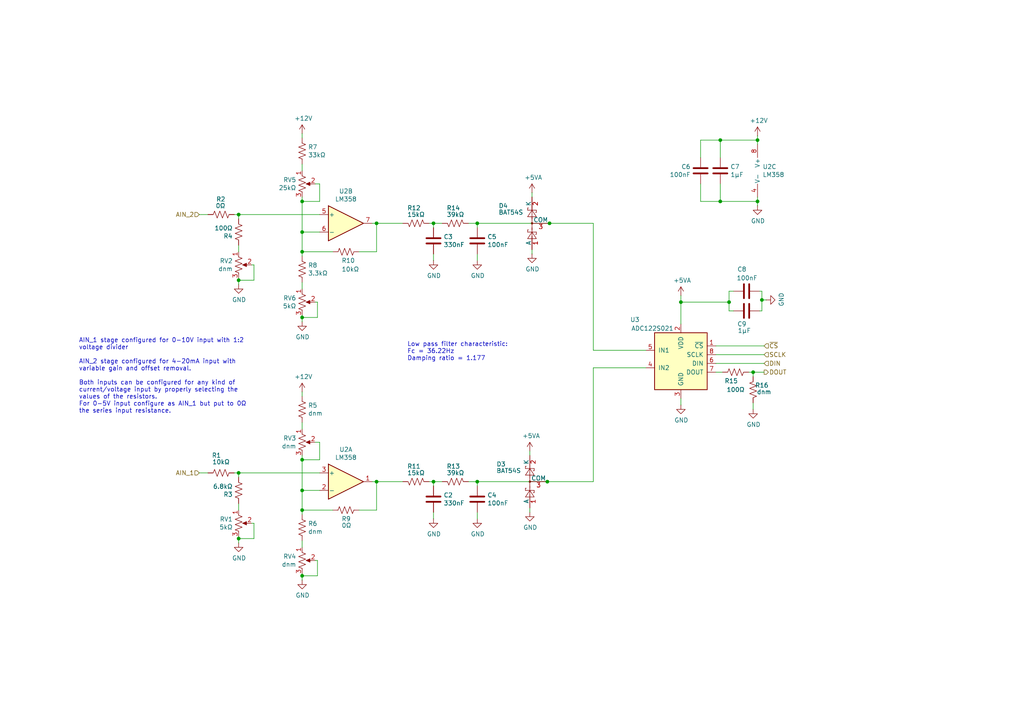
<source format=kicad_sch>
(kicad_sch (version 20231120) (generator "eeschema") (generator_version "8.0")
  (paper "A4")
  (title_block (title "Analog Inputs") (date "2021-05-25") (rev "1.0") (comment 2 "Released under CC BY-NC-SA license"))
  (lib_symbols
    (symbol "Amplifier_Operational:LM358" (pin_names (offset 0.127))
      (property "Reference" "U" (at 0 5.08 0))
      (property "Value" "LM358" (at 0 -5.08 0))
      (symbol "LM358_1_1"
        (polyline (pts (xy -5.08 5.08) (xy 5.08 0) (xy -5.08 -5.08) (xy -5.08 5.08)) (stroke (width 0.254)) (fill (type background)))
        (pin output line (at 7.62 0 180) (length 2.54) (name "~") (number "1"))
        (pin input line (at -7.62 -2.54 0) (length 2.54) (name "-") (number "2"))
        (pin input line (at -7.62 2.54 0) (length 2.54) (name "+") (number "3"))
      )
      (symbol "LM358_2_1"
        (polyline (pts (xy -5.08 5.08) (xy 5.08 0) (xy -5.08 -5.08) (xy -5.08 5.08)) (stroke (width 0.254)) (fill (type background)))
        (pin input line (at -7.62 2.54 0) (length 2.54) (name "+") (number "5"))
        (pin input line (at -7.62 -2.54 0) (length 2.54) (name "-") (number "6"))
        (pin output line (at 7.62 0 180) (length 2.54) (name "~") (number "7"))
      )
      (symbol "LM358_3_1"
        (pin power_in line (at -2.54 -7.62 90) (length 3.81) (name "V-") (number "4"))
        (pin power_in line (at -2.54 7.62 270) (length 3.81) (name "V+") (number "8"))
      )
    )
    (symbol "Device:C" (pin_numbers hide) (pin_names (offset 0.254))
      (property "Reference" "C" (at 0.635 2.54 0))
      (property "Value" "C" (at 0.635 -2.54 0))
      (symbol "C_0_1"
        (polyline (pts (xy -2.032 -0.762) (xy 2.032 -0.762)) (stroke (width 0.508)))
        (polyline (pts (xy -2.032 0.762) (xy 2.032 0.762)) (stroke (width 0.508)))
      )
      (symbol "C_1_1"
        (pin passive line (at 0 3.81 270) (length 2.794) (name "~") (number "1"))
        (pin passive line (at 0 -3.81 90) (length 2.794) (name "~") (number "2"))
      )
    )
    (symbol "Device:R_Potentiometer_US" (pin_names (offset 1.016) hide)
      (property "Reference" "RV" (at -4.445 0 90))
      (property "Value" "R_Potentiometer_US" (at -2.54 0 90))
      (symbol "R_Potentiometer_US_0_1"
        (polyline (pts (xy 0 -2.286) (xy 0 -2.54)))
        (polyline (pts (xy 0 2.54) (xy 0 2.286)))
        (polyline (pts (xy 2.54 0) (xy 1.524 0)))
        (polyline (pts (xy 1.143 0) (xy 2.286 0.508) (xy 2.286 -0.508) (xy 1.143 0)) (fill (type outline)))
        (polyline (pts (xy 0 -0.762) (xy 1.016 -1.143) (xy 0 -1.524) (xy -1.016 -1.905) (xy 0 -2.286)))
        (polyline (pts (xy 0 0.762) (xy 1.016 0.381) (xy 0 0) (xy -1.016 -0.381) (xy 0 -0.762)))
        (polyline (pts (xy 0 2.286) (xy 1.016 1.905) (xy 0 1.524) (xy -1.016 1.143) (xy 0 0.762)))
      )
      (symbol "R_Potentiometer_US_1_1"
        (pin passive line (at 0 3.81 270) (length 1.27) (name "1") (number "1"))
        (pin passive line (at 3.81 0 180) (length 1.27) (name "2") (number "2"))
        (pin passive line (at 0 -3.81 90) (length 1.27) (name "3") (number "3"))
      )
    )
    (symbol "Device:R_US" (pin_numbers hide) (pin_names (offset 0))
      (property "Reference" "R" (at 2.54 0 90))
      (property "Value" "R_US" (at -2.54 0 90))
      (symbol "R_US_0_1"
        (polyline (pts (xy 0 -2.286) (xy 0 -2.54)))
        (polyline (pts (xy 0 2.286) (xy 0 2.54)))
        (polyline (pts (xy 0 -0.762) (xy 1.016 -1.143) (xy 0 -1.524) (xy -1.016 -1.905) (xy 0 -2.286)))
        (polyline (pts (xy 0 0.762) (xy 1.016 0.381) (xy 0 0) (xy -1.016 -0.381) (xy 0 -0.762)))
        (polyline (pts (xy 0 2.286) (xy 1.016 1.905) (xy 0 1.524) (xy -1.016 1.143) (xy 0 0.762)))
      )
      (symbol "R_US_1_1"
        (pin passive line (at 0 3.81 270) (length 1.27) (name "~") (number "1"))
        (pin passive line (at 0 -3.81 90) (length 1.27) (name "~") (number "2"))
      )
    )
    (symbol "Diode:BAT54S" (pin_names (offset 0))
      (property "Reference" "D" (at 2.54 -5.08 0))
      (property "Value" "BAT54S" (at -6.35 3.175 0))
      (symbol "BAT54S_0_1"
        (polyline (pts (xy -3.81 0) (xy -1.27 0)))
        (polyline (pts (xy -3.175 -1.27) (xy -3.175 -1.016)))
        (polyline (pts (xy -2.54 -1.27) (xy -3.175 -1.27)))
        (polyline (pts (xy -2.54 -1.27) (xy -2.54 1.27)))
        (polyline (pts (xy -2.54 1.27) (xy -1.905 1.27)))
        (polyline (pts (xy -1.905 0) (xy 1.905 0)))
        (polyline (pts (xy -1.905 1.27) (xy -1.905 1.016)))
        (polyline (pts (xy 1.27 0) (xy 3.81 0)))
        (polyline (pts (xy 3.175 -1.27) (xy 3.175 -1.016)))
        (polyline (pts (xy 3.81 -1.27) (xy 3.175 -1.27)))
        (polyline (pts (xy 3.81 -1.27) (xy 3.81 1.27)))
        (polyline (pts (xy 3.81 1.27) (xy 4.445 1.27)))
        (polyline (pts (xy 4.445 1.27) (xy 4.445 1.016)))
        (polyline (pts (xy -4.445 1.27) (xy -4.445 -1.27) (xy -2.54 0) (xy -4.445 1.27)))
        (polyline (pts (xy 1.905 1.27) (xy 1.905 -1.27) (xy 3.81 0) (xy 1.905 1.27)))
        (circle (center 0 0) (radius 0.254) (fill (type outline)))
      )
      (symbol "BAT54S_1_1"
        (pin passive line (at -7.62 0 0) (length 3.81) (name "A") (number "1"))
        (pin passive line (at 7.62 0 180) (length 3.81) (name "K") (number "2"))
        (pin passive line (at 0 -5.08 90) (length 5.08) (name "COM") (number "3"))
      )
    )
    (symbol "Nuovi_componenti:ADC122S021" (pin_names (offset 1.016))
      (property "Reference" "U" (at -6.35 8.89 0))
      (property "Value" "ADC122S021" (at 8.89 8.89 0))
      (symbol "ADC122S021_1_1"
        (rectangle (start 7.62 7.62) (end -7.62 -8.89) (stroke (width 0.254)) (fill (type background)))
        (pin input line (at 10.16 3.81 180) (length 2.54) (name "~{CS}") (number "1"))
        (pin power_in line (at 0 10.16 270) (length 2.54) (name "VDD") (number "2"))
        (pin power_in line (at 0 -11.43 90) (length 2.54) (name "GND") (number "3"))
        (pin input line (at -10.16 -2.54 0) (length 2.54) (name "IN2") (number "4"))
        (pin input line (at -10.16 2.54 0) (length 2.54) (name "IN1") (number "5"))
        (pin input line (at 10.16 -1.27 180) (length 2.54) (name "DIN") (number "6"))
        (pin output line (at 10.16 -3.81 180) (length 2.54) (name "DOUT") (number "7"))
        (pin input line (at 10.16 1.27 180) (length 2.54) (name "SCLK") (number "8"))
      )
    )
    (symbol "power:+12V" (power) (pin_numbers hide) (pin_names (offset 0) hide)
      (property "Value" "+12V" (at 0 3.556 0))
      (symbol "+12V_0_1"
        (polyline (pts (xy -0.762 1.27) (xy 0 2.54)))
        (polyline (pts (xy 0 0) (xy 0 2.54)))
        (polyline (pts (xy 0 2.54) (xy 0.762 1.27)))
      )
      (symbol "+12V_1_1"
        (pin power_in line (at 0 0 90) (length 0) (name "~") (number "1"))
      )
    )
    (symbol "power:+5VA" (power) (pin_numbers hide) (pin_names (offset 0) hide)
      (property "Value" "+5VA" (at 0 3.556 0))
      (symbol "+5VA_0_1"
        (polyline (pts (xy -0.762 1.27) (xy 0 2.54)))
        (polyline (pts (xy 0 0) (xy 0 2.54)))
        (polyline (pts (xy 0 2.54) (xy 0.762 1.27)))
      )
      (symbol "+5VA_1_1"
        (pin power_in line (at 0 0 90) (length 0) (name "~") (number "1"))
      )
    )
    (symbol "power:GND" (power) (pin_numbers hide) (pin_names (offset 0) hide)
      (property "Value" "GND" (at 0 -3.81 0))
      (symbol "GND_0_1"
        (polyline (pts (xy 0 0) (xy 0 -1.27) (xy 1.27 -1.27) (xy 0 -2.54) (xy -1.27 -1.27) (xy 0 -1.27)))
      )
      (symbol "GND_1_1"
        (pin power_in line (at 0 0 270) (length 0) (name "~") (number "1"))
      )
    )
  )
  (junction (at 219.71 40.64))
  (junction (at 87.63 167.005))
  (junction (at 87.63 92.075))
  (junction (at 158.75 139.7))
  (junction (at 138.43 139.7))
  (junction (at 87.63 67.31))
  (junction (at 138.43 64.77))
  (junction (at 211.455 87.63))
  (junction (at 218.44 107.95))
  (junction (at 208.915 58.42))
  (junction (at 220.98 86.995))
  (junction (at 69.215 137.16))
  (junction (at 69.215 62.23))
  (junction (at 69.215 81.28))
  (junction (at 69.215 156.21))
  (junction (at 208.915 40.64))
  (junction (at 219.71 58.42))
  (junction (at 197.485 87.63))
  (junction (at 87.63 73.025))
  (junction (at 87.63 133.35))
  (junction (at 159.385 64.77))
  (junction (at 87.63 147.955))
  (junction (at 125.73 64.77))
  (junction (at 109.22 64.77))
  (junction (at 87.63 142.24))
  (junction (at 125.73 139.7))
  (junction (at 109.22 139.7))
  (junction (at 87.63 58.42))
  (wire (pts (xy 197.485 117.475) (xy 197.485 115.57)))
  (wire (pts (xy 138.43 140.97) (xy 138.43 139.7)))
  (wire (pts (xy 125.73 75.565) (xy 125.73 73.66)))
  (wire (pts (xy 73.66 151.765) (xy 73.66 156.21)))
  (wire (pts (xy 217.17 107.95) (xy 218.44 107.95)))
  (wire (pts (xy 96.52 73.025) (xy 87.63 73.025)))
  (wire (pts (xy 92.71 53.34) (xy 92.71 58.42)))
  (wire (pts (xy 92.71 142.24) (xy 87.63 142.24)))
  (wire (pts (xy 125.73 150.495) (xy 125.73 148.59)))
  (wire (pts (xy 73.025 76.835) (xy 73.66 76.835)))
  (wire (pts (xy 218.44 107.95) (xy 218.44 109.22)))
  (wire (pts (xy 154.305 57.15) (xy 154.305 55.88)))
  (wire (pts (xy 87.63 133.35) (xy 87.63 142.24)))
  (wire (pts (xy 125.73 64.77) (xy 128.27 64.77)))
  (wire (pts (xy 220.345 90.17) (xy 220.98 90.17)))
  (wire (pts (xy 220.98 84.455) (xy 220.345 84.455)))
  (wire (pts (xy 109.22 64.77) (xy 116.84 64.77)))
  (wire (pts (xy 109.22 73.025) (xy 104.14 73.025)))
  (wire (pts (xy 109.22 139.7) (xy 109.22 147.955)))
  (wire (pts (xy 87.63 67.31) (xy 87.63 73.025)))
  (wire (pts (xy 220.98 90.17) (xy 220.98 86.995)))
  (wire (pts (xy 135.89 64.77) (xy 138.43 64.77)))
  (wire (pts (xy 73.025 151.765) (xy 73.66 151.765)))
  (wire (pts (xy 87.63 124.46) (xy 87.63 122.555)))
  (wire (pts (xy 172.085 139.7) (xy 172.085 106.68)))
  (wire (pts (xy 208.915 40.64) (xy 208.915 45.72)))
  (wire (pts (xy 73.66 156.21) (xy 69.215 156.21)))
  (wire (pts (xy 218.44 107.95) (xy 221.615 107.95)))
  (wire (pts (xy 92.71 67.31) (xy 87.63 67.31)))
  (wire (pts (xy 69.215 81.28) (xy 69.215 80.645)))
  (wire (pts (xy 91.44 53.34) (xy 92.71 53.34)))
  (wire (pts (xy 219.71 58.42) (xy 219.71 59.69)))
  (wire (pts (xy 220.98 86.995) (xy 220.98 84.455)))
  (wire (pts (xy 138.43 66.04) (xy 138.43 64.77)))
  (wire (pts (xy 125.73 66.04) (xy 125.73 64.77)))
  (wire (pts (xy 92.71 58.42) (xy 87.63 58.42)))
  (wire (pts (xy 153.67 148.59) (xy 153.67 147.32)))
  (wire (pts (xy 69.215 147.955) (xy 69.215 146.05)))
  (wire (pts (xy 212.725 90.17) (xy 211.455 90.17)))
  (wire (pts (xy 69.215 156.21) (xy 69.215 155.575)))
  (wire (pts (xy 159.385 64.77) (xy 172.085 64.77)))
  (wire (pts (xy 92.075 92.075) (xy 87.63 92.075)))
  (wire (pts (xy 109.22 64.77) (xy 109.22 73.025)))
  (wire (pts (xy 208.915 58.42) (xy 203.2 58.42)))
  (wire (pts (xy 208.915 40.64) (xy 219.71 40.64)))
  (wire (pts (xy 92.71 128.27) (xy 92.71 133.35)))
  (wire (pts (xy 158.75 139.7) (xy 172.085 139.7)))
  (wire (pts (xy 207.645 102.87) (xy 221.615 102.87)))
  (wire (pts (xy 219.71 57.15) (xy 219.71 58.42)))
  (wire (pts (xy 221.615 100.33) (xy 207.645 100.33)))
  (wire (pts (xy 138.43 75.565) (xy 138.43 73.66)))
  (wire (pts (xy 87.63 168.275) (xy 87.63 167.005)))
  (wire (pts (xy 69.215 138.43) (xy 69.215 137.16)))
  (wire (pts (xy 96.52 147.955) (xy 87.63 147.955)))
  (wire (pts (xy 87.63 114.935) (xy 87.63 113.665)))
  (wire (pts (xy 220.98 86.995) (xy 222.25 86.995)))
  (wire (pts (xy 92.075 162.56) (xy 92.075 167.005)))
  (wire (pts (xy 67.945 62.23) (xy 69.215 62.23)))
  (wire (pts (xy 91.44 162.56) (xy 92.075 162.56)))
  (wire (pts (xy 92.71 133.35) (xy 87.63 133.35)))
  (wire (pts (xy 69.215 82.55) (xy 69.215 81.28)))
  (wire (pts (xy 73.66 81.28) (xy 69.215 81.28)))
  (wire (pts (xy 203.2 58.42) (xy 203.2 53.34)))
  (wire (pts (xy 87.63 147.955) (xy 87.63 149.225)))
  (wire (pts (xy 92.075 167.005) (xy 87.63 167.005)))
  (wire (pts (xy 57.785 137.16) (xy 60.325 137.16)))
  (wire (pts (xy 208.915 58.42) (xy 219.71 58.42)))
  (wire (pts (xy 87.63 142.24) (xy 87.63 147.955)))
  (wire (pts (xy 87.63 73.025) (xy 87.63 74.295)))
  (wire (pts (xy 211.455 87.63) (xy 197.485 87.63)))
  (wire (pts (xy 197.485 85.725) (xy 197.485 87.63)))
  (wire (pts (xy 153.67 132.08) (xy 153.67 130.81)))
  (wire (pts (xy 109.22 139.7) (xy 116.84 139.7)))
  (wire (pts (xy 219.71 40.64) (xy 219.71 41.91)))
  (wire (pts (xy 91.44 87.63) (xy 92.075 87.63)))
  (wire (pts (xy 211.455 87.63) (xy 211.455 90.17)))
  (wire (pts (xy 87.63 167.005) (xy 87.63 166.37)))
  (wire (pts (xy 87.63 81.915) (xy 87.63 83.82)))
  (wire (pts (xy 207.645 105.41) (xy 221.615 105.41)))
  (wire (pts (xy 203.2 40.64) (xy 208.915 40.64)))
  (wire (pts (xy 69.215 62.23) (xy 92.71 62.23)))
  (wire (pts (xy 87.63 156.845) (xy 87.63 158.75)))
  (wire (pts (xy 124.46 139.7) (xy 125.73 139.7)))
  (wire (pts (xy 57.785 62.23) (xy 60.325 62.23)))
  (wire (pts (xy 69.215 137.16) (xy 92.71 137.16)))
  (wire (pts (xy 87.63 92.075) (xy 87.63 91.44)))
  (wire (pts (xy 203.2 40.64) (xy 203.2 45.72)))
  (wire (pts (xy 107.95 139.7) (xy 109.22 139.7)))
  (wire (pts (xy 138.43 150.495) (xy 138.43 148.59)))
  (wire (pts (xy 138.43 64.77) (xy 159.385 64.77)))
  (wire (pts (xy 172.085 106.68) (xy 187.325 106.68)))
  (wire (pts (xy 124.46 64.77) (xy 125.73 64.77)))
  (wire (pts (xy 92.075 87.63) (xy 92.075 92.075)))
  (wire (pts (xy 211.455 84.455) (xy 211.455 87.63)))
  (wire (pts (xy 87.63 58.42) (xy 87.63 67.31)))
  (wire (pts (xy 135.89 139.7) (xy 138.43 139.7)))
  (wire (pts (xy 208.915 53.34) (xy 208.915 58.42)))
  (wire (pts (xy 125.73 139.7) (xy 128.27 139.7)))
  (wire (pts (xy 87.63 57.15) (xy 87.63 58.42)))
  (wire (pts (xy 73.66 76.835) (xy 73.66 81.28)))
  (wire (pts (xy 87.63 40.005) (xy 87.63 38.735)))
  (wire (pts (xy 172.085 101.6) (xy 187.325 101.6)))
  (wire (pts (xy 138.43 139.7) (xy 158.75 139.7)))
  (wire (pts (xy 69.215 63.5) (xy 69.215 62.23)))
  (wire (pts (xy 87.63 132.08) (xy 87.63 133.35)))
  (wire (pts (xy 207.645 107.95) (xy 209.55 107.95)))
  (wire (pts (xy 197.485 87.63) (xy 197.485 93.98)))
  (wire (pts (xy 87.63 93.345) (xy 87.63 92.075)))
  (wire (pts (xy 125.73 140.97) (xy 125.73 139.7)))
  (wire (pts (xy 67.945 137.16) (xy 69.215 137.16)))
  (wire (pts (xy 172.085 64.77) (xy 172.085 101.6)))
  (wire (pts (xy 91.44 128.27) (xy 92.71 128.27)))
  (wire (pts (xy 107.95 64.77) (xy 109.22 64.77)))
  (wire (pts (xy 69.215 73.025) (xy 69.215 71.12)))
  (wire (pts (xy 69.215 157.48) (xy 69.215 156.21)))
  (wire (pts (xy 218.44 116.84) (xy 218.44 118.745)))
  (wire (pts (xy 219.71 39.37) (xy 219.71 40.64)))
  (wire (pts (xy 109.22 147.955) (xy 104.14 147.955)))
  (wire (pts (xy 154.305 73.66) (xy 154.305 72.39)))
  (wire (pts (xy 87.63 49.53) (xy 87.63 47.625)))
  (wire (pts (xy 212.725 84.455) (xy 211.455 84.455)))
  (text "AIN_1 stage configured for 0-10V input with 1:2 \nvoltage divider\n\nAIN_2 stage configured for 4-20mA input with\nvariable gain and offset removal.\n\nBoth inputs can be configured for any kind of \ncurrent/voltage input by properly selecting the\nvalues of the resistors.\nFor 0-5V input configure as AIN_1 but put to 0Ω \nthe series input resistance." (at 22.86 120.015 0) (effects (font (size 1.27 1.27)) (justify left bottom)))
  (text "Low pass filter characteristic:\nFc = 36.22Hz\nDamping ratio = 1.177" (at 118.11 104.775 0) (effects (font (size 1.27 1.27)) (justify left bottom)))
  (hierarchical_label "DOUT" (shape output) (at 221.615 107.95 0))
  (hierarchical_label "SCLK" (shape input) (at 221.615 102.87 0))
  (hierarchical_label "DIN" (shape input) (at 221.615 105.41 0))
  (hierarchical_label "~{CS}" (shape input) (at 221.615 100.33 0))
  (hierarchical_label "AIN_2" (shape input) (at 57.785 62.23 180))
  (hierarchical_label "AIN_1" (shape input) (at 57.785 137.16 180))
  (symbol (lib_id "Device:R_Potentiometer_US") (at 87.63 128.27 0) (unit 1)
    (property "Reference" "RV3" (at 85.9282 127.1016 0) (effects (justify right)))
    (property "Value" "dnm" (at 85.9282 129.413 0) (effects (justify right)))
    (property "Footprint" "Potentiometer_THT:Potentiometer_Bourns_3296W_Vertical" (effects (hide yes)))
    (property "Description" "Potentiometer, US symbol" (effects (hide yes)))
  )
  (symbol (lib_id "Device:R_US") (at 87.63 118.745 0) (unit 1)
    (property "Reference" "R5" (at 89.3572 117.5766 0) (effects (justify left)))
    (property "Value" "dnm" (at 89.3572 119.888 0) (effects (justify left)))
    (property "Footprint" "Resistor_SMD:R_0805_2012Metric_Pad1.20x1.40mm_HandSolder" (effects (hide yes)))
  )
  (symbol (lib_id "Device:R_Potentiometer_US") (at 87.63 162.56 0) (unit 1)
    (property "Reference" "RV4" (at 85.9282 161.3916 0) (effects (justify right)))
    (property "Value" "dnm" (at 85.9282 163.703 0) (effects (justify right)))
    (property "Footprint" "Potentiometer_THT:Potentiometer_Bourns_3296W_Vertical" (effects (hide yes)))
    (property "Description" "Potentiometer, US symbol" (effects (hide yes)))
  )
  (symbol (lib_id "Device:R_US") (at 87.63 153.035 0) (unit 1)
    (property "Reference" "R6" (at 89.3572 151.8666 0) (effects (justify left)))
    (property "Value" "dnm" (at 89.3572 154.178 0) (effects (justify left)))
    (property "Footprint" "Resistor_SMD:R_0805_2012Metric_Pad1.20x1.40mm_HandSolder" (effects (hide yes)))
  )
  (symbol (lib_id "Device:R_US") (at 100.33 147.955 270) (unit 1)
    (property "Reference" "R9" (at 99.06 150.495 90) (effects (justify left)))
    (property "Value" "0Ω" (at 99.06 152.4 90) (effects (justify left)))
    (property "Footprint" "Resistor_SMD:R_0805_2012Metric_Pad1.20x1.40mm_HandSolder" (effects (hide yes)))
  )
  (symbol (lib_id "power:GND") (at 87.63 168.275 0) (unit 1)
    (property "Reference" "#PWR013" (effects (hide yes)))
    (property "Value" "GND" (at 87.757 172.6692 0))
  )
  (symbol (lib_id "power:+12V") (at 87.63 113.665 0) (unit 1)
    (property "Reference" "#PWR012" (effects (hide yes)))
    (property "Value" "+12V" (at 88.011 109.2708 0))
  )
  (symbol (lib_id "Nuovi_componenti:ADC122S021") (at 197.485 104.14 0) (unit 1)
    (property "Reference" "U3" (at 184.15 92.71 0))
    (property "Value" "ADC122S021" (at 189.23 95.25 0))
    (property "Footprint" "Package_SO:VSSOP-8_3.0x3.0mm_P0.65mm" (effects (hide yes)))
  )
  (symbol (lib_id "power:GND") (at 197.485 117.475 0) (unit 1)
    (property "Reference" "#PWR025" (effects (hide yes)))
    (property "Value" "GND" (at 197.612 121.8692 0))
  )
  (symbol (lib_id "Device:C") (at 216.535 90.17 90) (mirror x) (unit 1)
    (property "Reference" "C9" (at 216.535 93.98 90) (effects (justify left)))
    (property "Value" "1μF" (at 217.805 95.885 90) (effects (justify left)))
    (property "Footprint" "Capacitor_SMD:C_0603_1608Metric_Pad1.08x0.95mm_HandSolder" (effects (hide yes)))
  )
  (symbol (lib_id "power:GND") (at 222.25 86.995 90) (unit 1)
    (property "Reference" "#PWR029" (effects (hide yes)))
    (property "Value" "GND" (at 226.6442 86.868 0))
  )
  (symbol (lib_id "Device:R_US") (at 213.36 107.95 90) (unit 1)
    (property "Reference" "R15" (at 212.09 110.49 90))
    (property "Value" "100Ω" (at 213.36 113.03 90))
    (property "Footprint" "Resistor_SMD:R_0603_1608Metric_Pad0.98x0.95mm_HandSolder" (effects (hide yes)))
  )
  (symbol (lib_id "Device:R_US") (at 218.44 113.03 0) (mirror y) (unit 1)
    (property "Reference" "R16" (at 220.98 111.76 0))
    (property "Value" "dnm" (at 221.615 113.665 0))
    (property "Footprint" "Resistor_SMD:R_0805_2012Metric_Pad1.20x1.40mm_HandSolder" (effects (hide yes)))
  )
  (symbol (lib_id "power:GND") (at 218.44 118.745 0) (unit 1)
    (property "Reference" "#PWR026" (effects (hide yes)))
    (property "Value" "GND" (at 218.567 123.1392 0))
  )
  (symbol (lib_id "Device:C") (at 216.535 84.455 90) (unit 1)
    (property "Reference" "C8" (at 216.535 78.105 90) (effects (justify left)))
    (property "Value" "100nF" (at 219.71 80.645 90) (effects (justify left)))
    (property "Footprint" "Capacitor_SMD:C_0603_1608Metric_Pad1.08x0.95mm_HandSolder" (effects (hide yes)))
  )
  (symbol (lib_id "Diode:BAT54S") (at 153.67 139.7 90) (unit 1)
    (property "Reference" "D3" (at 146.685 134.62 90) (effects (justify left)))
    (property "Value" "BAT54S" (at 151.13 136.525 90) (effects (justify left)))
    (property "Footprint" "Package_TO_SOT_SMD:SOT-23" (effects (hide yes)))
    (property "Datasheet" "https://www.diodes.com/assets/Datasheets/ds11005.pdf" (effects (hide yes)))
  )
  (symbol (lib_id "Diode:BAT54S") (at 154.305 64.77 90) (unit 1)
    (property "Reference" "D4" (at 147.32 59.69 90) (effects (justify left)))
    (property "Value" "BAT54S" (at 151.765 61.595 90) (effects (justify left)))
    (property "Footprint" "Package_TO_SOT_SMD:SOT-23" (effects (hide yes)))
    (property "Datasheet" "https://www.diodes.com/assets/Datasheets/ds11005.pdf" (effects (hide yes)))
  )
  (symbol (lib_id "power:+5VA") (at 153.67 130.81 0) (unit 1)
    (property "Reference" "#PWR020" (effects (hide yes)))
    (property "Value" "+5VA" (at 154.051 126.4158 0))
  )
  (symbol (lib_id "power:+5VA") (at 197.485 85.725 0) (unit 1)
    (property "Reference" "#PWR024" (effects (hide yes)))
    (property "Value" "+5VA" (at 197.866 81.3308 0))
  )
  (symbol (lib_id "power:+5VA") (at 154.305 55.88 0) (unit 1)
    (property "Reference" "#PWR022" (effects (hide yes)))
    (property "Value" "+5VA" (at 154.686 51.4858 0))
  )
  (symbol (lib_id "power:GND") (at 154.305 73.66 0) (unit 1)
    (property "Reference" "#PWR023" (effects (hide yes)))
    (property "Value" "GND" (at 154.432 78.0542 0))
  )
  (symbol (lib_id "power:GND") (at 153.67 148.59 0) (unit 1)
    (property "Reference" "#PWR021" (effects (hide yes)))
    (property "Value" "GND" (at 153.797 152.9842 0))
  )
  (symbol (lib_id "Amplifier_Operational:LM358") (at 100.33 139.7 0) (unit 1)
    (property "Reference" "U2" (at 100.33 130.3782 0))
    (property "Value" "LM358" (at 100.33 132.6896 0))
    (property "Footprint" "Package_SO:SOIC-8_3.9x4.9mm_P1.27mm" (effects (hide yes)))
    (property "Datasheet" "http://www.ti.com/lit/ds/symlink/lm2904-n.pdf" (effects (hide yes)))
  )
  (symbol (lib_id "Amplifier_Operational:LM358") (at 100.33 64.77 0) (unit 2)
    (property "Reference" "U2" (at 100.33 55.4482 0))
    (property "Value" "LM358" (at 100.33 57.7596 0))
    (property "Footprint" "Package_SO:SOIC-8_3.9x4.9mm_P1.27mm" (effects (hide yes)))
    (property "Datasheet" "http://www.ti.com/lit/ds/symlink/lm2904-n.pdf" (effects (hide yes)))
  )
  (symbol (lib_id "Amplifier_Operational:LM358") (at 222.25 49.53 0) (unit 3)
    (property "Reference" "U2" (at 221.1832 48.3616 0) (effects (justify left)))
    (property "Value" "LM358" (at 221.1832 50.673 0) (effects (justify left)))
    (property "Footprint" "Package_SO:SOIC-8_3.9x4.9mm_P1.27mm" (effects (hide yes)))
    (property "Datasheet" "http://www.ti.com/lit/ds/symlink/lm2904-n.pdf" (effects (hide yes)))
  )
  (symbol (lib_id "power:GND") (at 125.73 75.565 0) (unit 1)
    (property "Reference" "#PWR017" (effects (hide yes)))
    (property "Value" "GND" (at 125.857 79.9592 0))
  )
  (symbol (lib_id "Device:R_Potentiometer_US") (at 87.63 53.34 0) (unit 1)
    (property "Reference" "RV5" (at 85.9282 52.1716 0) (effects (justify right)))
    (property "Value" "25kΩ" (at 85.9282 54.483 0) (effects (justify right)))
    (property "Footprint" "Potentiometer_THT:Potentiometer_Bourns_3296W_Vertical" (effects (hide yes)))
    (property "Description" "Potentiometer, US symbol" (effects (hide yes)))
  )
  (symbol (lib_id "Device:R_US") (at 87.63 43.815 0) (unit 1)
    (property "Reference" "R7" (at 89.3572 42.6466 0) (effects (justify left)))
    (property "Value" "33kΩ" (at 89.3572 44.958 0) (effects (justify left)))
    (property "Footprint" "Resistor_SMD:R_0805_2012Metric_Pad1.20x1.40mm_HandSolder" (effects (hide yes)))
  )
  (symbol (lib_id "Device:R_Potentiometer_US") (at 87.63 87.63 0) (unit 1)
    (property "Reference" "RV6" (at 85.9282 86.4616 0) (effects (justify right)))
    (property "Value" "5kΩ" (at 85.9282 88.773 0) (effects (justify right)))
    (property "Footprint" "Potentiometer_THT:Potentiometer_Bourns_3296W_Vertical" (effects (hide yes)))
    (property "Description" "Potentiometer, US symbol" (effects (hide yes)))
  )
  (symbol (lib_id "Device:R_US") (at 87.63 78.105 0) (unit 1)
    (property "Reference" "R8" (at 89.3572 76.9366 0) (effects (justify left)))
    (property "Value" "3.3kΩ" (at 89.3572 79.248 0) (effects (justify left)))
    (property "Footprint" "Resistor_SMD:R_0805_2012Metric_Pad1.20x1.40mm_HandSolder" (effects (hide yes)))
  )
  (symbol (lib_id "Device:R_US") (at 100.33 73.025 270) (unit 1)
    (property "Reference" "R10" (at 99.06 75.565 90) (effects (justify left)))
    (property "Value" "10kΩ" (at 99.06 78.105 90) (effects (justify left)))
    (property "Footprint" "Resistor_SMD:R_0805_2012Metric_Pad1.20x1.40mm_HandSolder" (effects (hide yes)))
  )
  (symbol (lib_id "power:GND") (at 87.63 93.345 0) (unit 1)
    (property "Reference" "#PWR015" (effects (hide yes)))
    (property "Value" "GND" (at 87.757 97.7392 0))
  )
  (symbol (lib_id "power:+12V") (at 87.63 38.735 0) (unit 1)
    (property "Reference" "#PWR014" (effects (hide yes)))
    (property "Value" "+12V" (at 88.011 34.3408 0))
  )
  (symbol (lib_id "Device:R_US") (at 64.135 62.23 90) (unit 1)
    (property "Reference" "R2" (at 65.405 57.785 90) (effects (justify left)))
    (property "Value" "0Ω" (at 65.405 59.69 90) (effects (justify left)))
    (property "Footprint" "Resistor_SMD:R_0805_2012Metric_Pad1.20x1.40mm_HandSolder" (effects (hide yes)))
  )
  (symbol (lib_id "Device:R_US") (at 69.215 67.31 180) (unit 1)
    (property "Reference" "R4" (at 67.4878 68.4784 0) (effects (justify left)))
    (property "Value" "100Ω" (at 67.4878 66.167 0) (effects (justify left)))
    (property "Footprint" "Resistor_SMD:R_0805_2012Metric_Pad1.20x1.40mm_HandSolder" (effects (hide yes)))
  )
  (symbol (lib_id "Device:R_Potentiometer_US") (at 69.215 76.835 0) (unit 1)
    (property "Reference" "RV2" (at 67.5132 75.6666 0) (effects (justify right)))
    (property "Value" "dnm" (at 67.5132 77.978 0) (effects (justify right)))
    (property "Footprint" "Potentiometer_THT:Potentiometer_Bourns_3296W_Vertical" (effects (hide yes)))
    (property "Description" "Potentiometer, US symbol" (effects (hide yes)))
  )
  (symbol (lib_id "power:GND") (at 69.215 82.55 0) (unit 1)
    (property "Reference" "#PWR011" (effects (hide yes)))
    (property "Value" "GND" (at 69.342 86.9442 0))
  )
  (symbol (lib_id "Device:R_US") (at 120.65 139.7 270) (mirror x) (unit 1)
    (property "Reference" "R11" (at 118.11 135.255 90) (effects (justify left)))
    (property "Value" "15kΩ" (at 118.11 137.16 90) (effects (justify left)))
    (property "Footprint" "Resistor_SMD:R_0603_1608Metric_Pad0.98x0.95mm_HandSolder" (effects (hide yes)))
  )
  (symbol (lib_id "Device:R_US") (at 132.08 139.7 270) (mirror x) (unit 1)
    (property "Reference" "R13" (at 129.54 135.255 90) (effects (justify left)))
    (property "Value" "39kΩ" (at 129.54 137.16 90) (effects (justify left)))
    (property "Footprint" "Resistor_SMD:R_0603_1608Metric_Pad0.98x0.95mm_HandSolder" (effects (hide yes)))
  )
  (symbol (lib_id "Device:C") (at 138.43 144.78 0) (unit 1)
    (property "Reference" "C4" (at 141.351 143.6116 0) (effects (justify left)))
    (property "Value" "100nF" (at 141.351 145.923 0) (effects (justify left)))
    (property "Footprint" "Capacitor_SMD:C_0805_2012Metric_Pad1.18x1.45mm_HandSolder" (effects (hide yes)))
  )
  (symbol (lib_id "Device:C") (at 125.73 144.78 0) (unit 1)
    (property "Reference" "C2" (at 128.651 143.6116 0) (effects (justify left)))
    (property "Value" "330nF" (at 128.651 145.923 0) (effects (justify left)))
    (property "Footprint" "Capacitor_SMD:C_0805_2012Metric_Pad1.18x1.45mm_HandSolder" (effects (hide yes)))
  )
  (symbol (lib_id "power:GND") (at 138.43 150.495 0) (unit 1)
    (property "Reference" "#PWR018" (effects (hide yes)))
    (property "Value" "GND" (at 138.557 154.8892 0))
  )
  (symbol (lib_id "power:GND") (at 125.73 150.495 0) (unit 1)
    (property "Reference" "#PWR016" (effects (hide yes)))
    (property "Value" "GND" (at 125.857 154.8892 0))
  )
  (symbol (lib_id "Device:R_US") (at 64.135 137.16 90) (unit 1)
    (property "Reference" "R1" (at 64.135 132.08 90) (effects (justify left)))
    (property "Value" "10kΩ" (at 66.675 133.985 90) (effects (justify left)))
    (property "Footprint" "Resistor_SMD:R_0805_2012Metric_Pad1.20x1.40mm_HandSolder" (effects (hide yes)))
  )
  (symbol (lib_id "Device:R_US") (at 69.215 142.24 180) (unit 1)
    (property "Reference" "R3" (at 67.4878 143.4084 0) (effects (justify left)))
    (property "Value" "6.8kΩ" (at 67.4878 141.097 0) (effects (justify left)))
    (property "Footprint" "Resistor_SMD:R_0805_2012Metric_Pad1.20x1.40mm_HandSolder" (effects (hide yes)))
  )
  (symbol (lib_id "Device:R_Potentiometer_US") (at 69.215 151.765 0) (unit 1)
    (property "Reference" "RV1" (at 67.5132 150.5966 0) (effects (justify right)))
    (property "Value" "5kΩ" (at 67.5132 152.908 0) (effects (justify right)))
    (property "Footprint" "Potentiometer_THT:Potentiometer_Bourns_3296W_Vertical" (effects (hide yes)))
    (property "Description" "Potentiometer, US symbol" (effects (hide yes)))
  )
  (symbol (lib_id "power:GND") (at 69.215 157.48 0) (unit 1)
    (property "Reference" "#PWR010" (effects (hide yes)))
    (property "Value" "GND" (at 69.342 161.8742 0))
  )
  (symbol (lib_id "Device:R_US") (at 120.65 64.77 270) (mirror x) (unit 1)
    (property "Reference" "R12" (at 118.11 60.325 90) (effects (justify left)))
    (property "Value" "15kΩ" (at 118.11 62.23 90) (effects (justify left)))
    (property "Footprint" "Resistor_SMD:R_0603_1608Metric_Pad0.98x0.95mm_HandSolder" (effects (hide yes)))
  )
  (symbol (lib_id "Device:R_US") (at 132.08 64.77 270) (mirror x) (unit 1)
    (property "Reference" "R14" (at 129.54 60.325 90) (effects (justify left)))
    (property "Value" "39kΩ" (at 129.54 62.23 90) (effects (justify left)))
    (property "Footprint" "Resistor_SMD:R_0603_1608Metric_Pad0.98x0.95mm_HandSolder" (effects (hide yes)))
  )
  (symbol (lib_id "Device:C") (at 138.43 69.85 0) (unit 1)
    (property "Reference" "C5" (at 141.351 68.6816 0) (effects (justify left)))
    (property "Value" "100nF" (at 141.351 70.993 0) (effects (justify left)))
    (property "Footprint" "Capacitor_SMD:C_0805_2012Metric_Pad1.18x1.45mm_HandSolder" (effects (hide yes)))
  )
  (symbol (lib_id "Device:C") (at 125.73 69.85 0) (unit 1)
    (property "Reference" "C3" (at 128.651 68.6816 0) (effects (justify left)))
    (property "Value" "330nF" (at 128.651 70.993 0) (effects (justify left)))
    (property "Footprint" "Capacitor_SMD:C_0805_2012Metric_Pad1.18x1.45mm_HandSolder" (effects (hide yes)))
  )
  (symbol (lib_id "power:GND") (at 138.43 75.565 0) (unit 1)
    (property "Reference" "#PWR019" (effects (hide yes)))
    (property "Value" "GND" (at 138.557 79.9592 0))
  )
  (symbol (lib_id "power:GND") (at 219.71 59.69 0) (unit 1)
    (property "Reference" "#PWR028" (effects (hide yes)))
    (property "Value" "GND" (at 219.837 64.0842 0))
  )
  (symbol (lib_id "power:+12V") (at 219.71 39.37 0) (unit 1)
    (property "Reference" "#PWR027" (effects (hide yes)))
    (property "Value" "+12V" (at 220.091 34.9758 0))
  )
  (symbol (lib_id "Device:C") (at 203.2 49.53 0) (mirror x) (unit 1)
    (property "Reference" "C6" (at 200.3044 48.3616 0) (effects (justify right)))
    (property "Value" "100nF" (at 200.3044 50.673 0) (effects (justify right)))
    (property "Footprint" "Capacitor_SMD:C_0603_1608Metric_Pad1.08x0.95mm_HandSolder" (effects (hide yes)))
  )
  (symbol (lib_id "Device:C") (at 208.915 49.53 0) (unit 1)
    (property "Reference" "C7" (at 211.836 48.3616 0) (effects (justify left)))
    (property "Value" "1μF" (at 211.836 50.673 0) (effects (justify left)))
    (property "Footprint" "Capacitor_SMD:C_0603_1608Metric_Pad1.08x0.95mm_HandSolder" (effects (hide yes)))
  )
)
</source>
